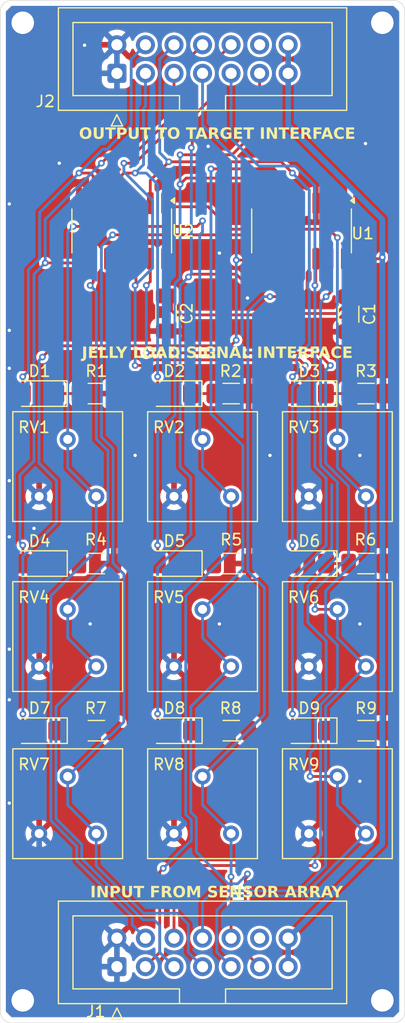
<source format=kicad_pcb>
(kicad_pcb (version 20240108) (generator "pcbnew") (generator_version "8.0")
  (layers (0 "F.Cu" signal) (31 "B.Cu" signal) (34 "B.Paste" user) (35 "F.Paste" user) (36 "B.SilkS" user "B.Silkscreen") (37 "F.SilkS" user "F.Silkscreen") (38 "B.Mask" user) (39 "F.Mask" user) (44 "Edge.Cuts" user))
  (net 0 "")
  (net 1 "GND")
  (net 2 "VCC")
  (net 3 "Net-(D1-K)")
  (net 4 "Net-(D2-K)")
  (net 5 "Net-(D3-K)")
  (net 6 "Net-(D4-K)")
  (net 7 "Net-(D5-K)")
  (net 8 "Net-(D6-K)")
  (net 9 "Net-(D7-K)")
  (net 10 "Net-(D8-K)")
  (net 11 "Net-(D9-K)")
  (net 12 "/S5")
  (net 14 "/S2")
  (net 15 "/S1")
  (net 16 "/S6")
  (net 17 "/SCK")
  (net 18 "/S3")
  (net 19 "/S0")
  (net 20 "/S4")
  (net 21 "/S7")
  (net 22 "/D0")
  (net 23 "/D4")
  (net 24 "/D6")
  (net 25 "/D7")
  (net 26 "/D3")
  (net 28 "/D1")
  (net 29 "/CK")
  (net 30 "/D2")
  (net 31 "/D5")
  (footprint "LED_SMD:LED_1206_3216Metric_Pad1.42x1.75mm_HandSolder" (layer "F.Cu") (at 126.5 118.374 180)
    (property "Reference" "D8")
    (property "Value" "LED")
  )
  (footprint "Potentiometer_THT:Potentiometer_Bourns_3386F_Vertical" (layer "F.Cu") (at 119.54 127.529 90)
    (property "Reference" "RV7")
    (property "Value" "100k")
  )
  (footprint "Potentiometer_THT:Potentiometer_Bourns_3386F_Vertical" (layer "F.Cu") (at 131.54 97.529 90)
    (property "Reference" "RV2")
    (property "Value" "100k")
  )
  (footprint "Resistor_SMD:R_1206_3216Metric_Pad1.30x1.75mm_HandSolder" (layer "F.Cu") (at 119.55 88.374 180)
    (property "Reference" "R1")
    (property "Value" "4k7")
  )
  (footprint "Potentiometer_THT:Potentiometer_Bourns_3386F_Vertical" (layer "F.Cu") (at 143.54 112.655 90)
    (property "Reference" "RV6")
    (property "Value" "100k")
  )
  (footprint "Resistor_SMD:R_1206_3216Metric_Pad1.30x1.75mm_HandSolder" (layer "F.Cu") (at 143.55 103.5 180)
    (property "Reference" "R6")
    (property "Value" "4k7")
  )
  (footprint "Potentiometer_THT:Potentiometer_Bourns_3386F_Vertical" (layer "F.Cu") (at 143.54 97.529 90)
    (property "Reference" "RV3")
    (property "Value" "100k")
  )
  (footprint "Potentiometer_THT:Potentiometer_Bourns_3386F_Vertical" (layer "F.Cu") (at 119.54 97.529 90)
    (property "Reference" "RV1")
    (property "Value" "100k")
  )
  (footprint "Resistor_SMD:R_1206_3216Metric_Pad1.30x1.75mm_HandSolder" (layer "F.Cu") (at 143.55 118.374 180)
    (property "Reference" "R9")
    (property "Value" "4k7")
  )
  (footprint "LED_SMD:LED_1206_3216Metric_Pad1.42x1.75mm_HandSolder" (layer "F.Cu") (at 114.4875 88.374 180)
    (property "Reference" "D1")
    (property "Value" "LED")
  )
  (footprint "Potentiometer_THT:Potentiometer_Bourns_3386F_Vertical" (layer "F.Cu") (at 143.54 127.529 90)
    (property "Reference" "RV9")
    (property "Value" "100k")
  )
  (footprint "Package_SO:SOIC-14_3.9x8.7mm_P1.27mm" (layer "F.Cu") (at 121.81 73.9 -90)
    (property "Reference" "U2")
    (property "Value" "74HC14")
  )
  (footprint "Resistor_SMD:R_1206_3216Metric_Pad1.30x1.75mm_HandSolder" (layer "F.Cu") (at 131.55 118.374 180)
    (property "Reference" "R8")
    (property "Value" "4k7")
  )
  (footprint "LED_SMD:LED_1206_3216Metric_Pad1.42x1.75mm_HandSolder" (layer "F.Cu") (at 114.5 118.374 180)
    (property "Reference" "D7")
    (property "Value" "LED")
  )
  (footprint "LED_SMD:LED_1206_3216Metric_Pad1.42x1.75mm_HandSolder" (layer "F.Cu") (at 126.5 103.5 180)
    (property "Reference" "D5")
    (property "Value" "LED")
  )
  (footprint "Resistor_SMD:R_1206_3216Metric_Pad1.30x1.75mm_HandSolder" (layer "F.Cu") (at 119.55 118.374 180)
    (property "Reference" "R7")
    (property "Value" "4k7")
  )
  (footprint "LED_SMD:LED_1206_3216Metric_Pad1.42x1.75mm_HandSolder" (layer "F.Cu") (at 138.5 103.5 180)
    (property "Reference" "D6")
    (property "Value" "LED")
  )
  (footprint "Resistor_SMD:R_1206_3216Metric_Pad1.30x1.75mm_HandSolder" (layer "F.Cu") (at 131.55 88.374 180)
    (property "Reference" "R2")
    (property "Value" "4k7")
  )
  (footprint "Resistor_SMD:R_1206_3216Metric_Pad1.30x1.75mm_HandSolder" (layer "F.Cu") (at 131.55 103.5 180)
    (property "Reference" "R5")
    (property "Value" "4k7")
  )
  (footprint "Connector_IDC:IDC-Header_2x07_P2.54mm_Vertical" (layer "F.Cu") (at 121.38 139.374 90)
    (property "Reference" "J1")
    (property "Value" "Conn_02x07_Odd_Even" (hide yes))
  )
  (footprint "LED_SMD:LED_1206_3216Metric_Pad1.42x1.75mm_HandSolder" (layer "F.Cu") (at 138.5 118.374 180)
    (property "Reference" "D9")
    (property "Value" "LED")
  )
  (footprint "Potentiometer_THT:Potentiometer_Bourns_3386F_Vertical" (layer "F.Cu") (at 119.54 112.655 90)
    (property "Reference" "RV4")
    (property "Value" "100k")
  )
  (footprint "Resistor_SMD:R_1206_3216Metric_Pad1.30x1.75mm_HandSolder" (layer "F.Cu") (at 119.55 103.5 180)
    (property "Reference" "R4")
    (property "Value" "4k7")
  )
  (footprint "Capacitor_SMD:C_1206_3216Metric_Pad1.33x1.80mm_HandSolder" (layer "F.Cu") (at 142 81.3115 -90)
    (property "Reference" "C1")
    (property "Value" "100nF")
  )
  (footprint "LED_SMD:LED_1206_3216Metric_Pad1.42x1.75mm_HandSolder" (layer "F.Cu") (at 126.4875 88.374 180)
    (property "Reference" "D2")
    (property "Value" "LED")
  )
  (footprint "Connector_IDC:IDC-Header_2x07_P2.54mm_Vertical" (layer "F.Cu") (at 121.38 59.875 90)
    (property "Reference" "J2")
    (property "Value" "Conn_02x07_Odd_Even" (hide yes))
  )
  (footprint "Resistor_SMD:R_1206_3216Metric_Pad1.30x1.75mm_HandSolder" (layer "F.Cu") (at 143.55 88.374 180)
    (property "Reference" "R3")
    (property "Value" "4k7")
  )
  (footprint "LED_SMD:LED_1206_3216Metric_Pad1.42x1.75mm_HandSolder" (layer "F.Cu") (at 114.5 103.5 180)
    (property "Reference" "D4")
    (property "Value" "LED")
  )
  (footprint "LED_SMD:LED_1206_3216Metric_Pad1.42x1.75mm_HandSolder" (layer "F.Cu") (at 138.4875 88.374 180)
    (property "Reference" "D3")
    (property "Value" "LED")
  )
  (footprint "Potentiometer_THT:Potentiometer_Bourns_3386F_Vertical" (layer "F.Cu") (at 131.54 127.529 90)
    (property "Reference" "RV8")
    (property "Value" "100k")
  )
  (footprint "Capacitor_SMD:C_1206_3216Metric_Pad1.33x1.80mm_HandSolder" (layer "F.Cu") (at 125.75 81.249 -90)
    (property "Reference" "C2")
    (property "Value" "100nF")
  )
  (footprint "Potentiometer_THT:Potentiometer_Bourns_3386F_Vertical" (layer "F.Cu") (at 131.54 112.655 90)
    (property "Reference" "RV5")
    (property "Value" "100k")
  )
  (footprint "Package_SO:SOIC-14_3.9x8.7mm_P1.27mm" (layer "F.Cu") (at 137.81 73.9 -90)
    (property "Reference" "U1")
    (property "Value" "74HC14")
  )
  (gr_line (start 112 144.374) (end 146 144.374) (stroke (width 0.05)) (layer "Edge.Cuts"))
  (gr_arc (start 146 53.374) (mid 146.707106 53.666892) (end 147 54.374) (stroke (width 0.05)) (layer "Edge.Cuts"))
  (gr_arc (start 147 143.374) (mid 146.707107 144.081107) (end 146 144.374) (stroke (width 0.05)) (layer "Edge.Cuts"))
  (gr_arc (start 111 54.374) (mid 111.292891 53.666888) (end 112 53.374) (stroke (width 0.05)) (layer "Edge.Cuts"))
  (gr_arc (start 112 144.374) (mid 111.292893 144.081107) (end 111 143.374) (stroke (width 0.05)) (layer "Edge.Cuts"))
  (gr_line (start 111 54.374) (end 111 143.374) (stroke (width 0.05)) (layer "Edge.Cuts"))
  (gr_line (start 146 53.374) (end 112 53.374) (stroke (width 0.05)) (layer "Edge.Cuts"))
  (gr_line (start 147 143.374) (end 147 54.374) (stroke (width 0.05)) (layer "Edge.Cuts"))
  (gr_text "JELLY LOAD SIGNAL INTERFACE" (at 118.25 85.374 0) (layer "F.SilkS") (effects (font (size 1 1) (thickness 0.1)) (justify left bottom)))
  (gr_text "INPUT FROM SENSOR ARRAY" (at 119 133.374 0) (layer "F.SilkS") (effects (font (size 1 1) (thickness 0.1)) (justify left bottom)))
  (gr_text "OUTPUT TO TARGET INTERFACE" (at 118 65.874 0) (layer "F.SilkS") (effects (font (size 1 1) (thickness 0.1)) (justify left bottom)))
  (segment (start 138.46 112.655) (end 136.929 111.124) (width 0.5) (layer "F.Cu") (net 1))
  (segment (start 113.105 126.124) (end 111.8 124.819) (width 0.5) (layer "F.Cu") (net 1))
  (segment (start 144.75 86.624) (end 137.810661 86.624) (width 0.5) (layer "F.Cu") (net 1))
  (segment (start 132.074 71.425) (end 131.75 71.749) (width 0.25) (layer "F.Cu") (net 1))
  (segment (start 124.189339 86.624) (end 121.5 86.624) (width 0.5) (layer "F.Cu") (net 1))
  (segment (start 121.38 57.335) (end 118.539 57.335) (width 0.5) (layer "F.Cu") (net 1))
  (segment (start 133 101.124) (end 121 101.124) (width 0.5) (layer "F.Cu") (net 1))
  (segment (start 142 82.874) (end 125.8125 82.874) (width 0.5) (layer "F.Cu") (net 1))
  (segment (start 145 82.749) (end 144.5 82.749) (width 0.25) (layer "F.Cu") (net 1))
  (segment (start 141.62 71.425) (end 141.62 68.619) (width 0.25) (layer "F.Cu") (net 1))
  (segment (start 133.25 86.124) (end 124.689339 86.124) (width 0.5) (layer "F.Cu") (net 1))
  (segment (start 133.1 88.374) (end 133.1 86.274) (width 0.5) (layer "F.Cu") (net 1))
  (segment (start 144.5 82.749) (end 144.375 82.874) (width 0.25) (layer "F.Cu") (net 1))
  (segment (start 121.81 82.7515) (end 121.75 82.8115) (width 0.25) (layer "F.Cu") (net 1))
  (segment (start 121 115.624) (end 111.8 115.624) (width 0.5) (layer "F.Cu") (net 1))
  (segment (start 114.5 96.124) (end 111.8 96.124) (width 0.5) (layer "F.Cu") (net 1))
  (segment (start 114.46 127.529) (end 114.46 126.164) (width 0.5) (layer "F.Cu") (net 1))
  (segment (start 118.539 57.335) (end 118.5 57.374) (width 0.5) (layer "F.Cu") (net 1))
  (segment (start 144.25 101.124) (end 133 101.124) (width 0.5) (layer "F.Cu") (net 1))
  (segment (start 133.1 103.5) (end 133.1 101.224) (width 0.5) (layer "F.Cu") (net 1))
  (segment (start 139.25 68.499) (end 141.5 68.499) (width 0.25) (layer "F.Cu") (net 1))
  (segment (start 121.1 115.724) (end 121 115.624) (width 0.5) (layer "F.Cu") (net 1))
  (segment (start 121.5 86.624) (end 121 86.124) (width 0.5) (layer "F.Cu") (net 1))
  (segment (start 121.1 86.224) (end 121 86.124) (width 0.5) (layer "F.Cu") (net 1))
  (segment (start 131.75 72.749) (end 132 72.999) (width 0.25) (layer "F.Cu") (net 1))
  (segment (start 125.8125 82.874) (end 125.75 82.8115) (width 0.5) (layer "F.Cu") (net 1))
  (segment (start 121.1 101.224) (end 121 101.124) (width 0.5) (layer "F.Cu") (net 1))
  (segment (start 145.1 118.374) (end 145.1 116.474) (width 0.5) (layer "F.Cu") (net 1))
  (segment (start 144.75 68.499) (end 145.625 69.374) (width 0.25) (layer "F.Cu") (net 1))
  (segment (start 126.46 96.164) (end 126.5 96.124) (width 0.5) (layer "F.Cu") (net 1))
  (segment (start 118 71.425) (end 111.874 71.425) (width 0.25) (layer "F.Cu") (net 1))
  (segment (start 121 101.124) (end 111.8 101.124) (width 0.5) (layer "F.Cu") (net 1))
  (segment (start 144.25 115.624) (end 133 115.624) (width 0.5) (layer "F.Cu") (net 1))
  (segment (start 114.5 126.124) (end 113.105 126.124) (width 0.5) (layer "F.Cu") (net 1))
  (segment (start 132 72.999) (end 145.625 72.999) (width 0.25) (layer "F.Cu") (net 1))
  (segment (start 133.1 118.374) (end 133.1 115.724) (width 0.5) (layer "F.Cu") (net 1))
  (segment (start 139.08 71.425) (end 139.08 68.829) (width 0.25) (layer "F.Cu") (net 1))
  (segment (start 121.75 82.8115) (end 111.8625 82.8115) (width 0.5) (layer "F.Cu") (net 1))
  (segment (start 144.375 82.874) (end 142 82.874) (width 0.25) (layer "F.Cu") (net 1))
  (segment (start 121.1 103.5) (end 121.1 101.224) (width 0.5) (layer "F.Cu") (net 1))
  (segment (start 131.75 71.749) (end 131.75 72.749) (width 0.25) (layer "F.Cu") (net 1))
  (segment (start 137.055 96.124) (end 126.5 96.124) (width 0.5) (layer "F.Cu") (net 1))
  (segment (start 145.625 69.374) (end 145.625 73.999) (width 0.25) (layer "F.Cu") (net 1))
  (segment (start 133.1 115.724) (end 133 115.624) (width 0.5) (layer "F.Cu") (net 1))
  (segment (start 137.055 126.124) (end 126.5 126.124) (width 0.5) (layer "F.Cu") (net 1))
  (segment (start 126.46 97.529) (end 126.46 96.164) (width 0.5) (layer "F.Cu") (net 1))
  (segment (start 124.689339 86.124) (end 124.189339 86.624) (width 0.5) (layer "F.Cu") (net 1))
  (segment (start 145.1 116.474) (end 144.25 115.624) (width 0.5) (layer "F.Cu") (net 1))
  (segment (start 121.1 118.374) (end 121.1 115.724) (width 0.5) (layer "F.Cu") (net 1))
  (segment (start 111.8625 82.8115) (end 111.8 82.749) (width 0.5) (layer "F.Cu") (net 1))
  (segment (start 145.625 72.999) (end 145.625 73.999) (width 0.25) (layer "F.Cu") (net 1))
  (segment (start 138.46 97.529) (end 137.055 96.124) (width 0.5) (layer "F.Cu") (net 1))
  (segment (start 139 68.749) (end 139.25 68.499) (width 0.25) (layer "F.Cu") (net 1))
  (segment (start 126.46 112.655) (end 126.46 111.164) (width 0.5) (layer "F.Cu") (net 1))
  (segment (start 137.810661 86.624) (end 137.310661 86.124) (width 0.5) (layer "F.Cu") (net 1))
  (segment (start 114.25 111.124) (end 111.8 111.124) (width 0.5) (layer "F.Cu") (net 1))
  (segment (start 145.1 88.374) (end 145.1 86.974) (width 0.5) (layer "F.Cu") (net 1))
  (segment (start 121.81 76.375) (end 121.81 82.7515) (width 0.25) (layer "F.Cu") (net 1))
  (segment (start 114.46 126.164) (end 114.5 126.124) (width 0.5) (layer "F.Cu") (net 1))
  (segment (start 126.46 126.164) (end 126.5 126.124) (width 0.5) (layer "F.Cu") (net 1))
  (segment (start 138.46 127.529) (end 137.055 126.124) (width 0.5) (layer "F.Cu") (net 1))
  (segment (start 134 71.425) (end 132.074 71.425) (width 0.25) (layer "F.Cu") (net 1))
  (segment (start 145.1 101.974) (end 144.25 101.124) (width 0.5) (layer "F.Cu") (net 1))
  (segment (start 141.5 68.499) (end 144.75 68.499) (width 0.25) (layer "F.Cu") (net 1))
  (segment (start 139.08 68.829) (end 139 68.749) (width 0.25) (layer "F.Cu") (net 1))
  (segment (start 126.5 111.124) (end 114.25 111.124) (width 0.5) (layer "F.Cu") (net 1))
  (segment (start 126.5 126.124) (end 114.5 126.124) (width 0.5) (layer "F.Cu") (net 1))
  (segment (start 121 86.124) (end 111.8 86.124) (width 0.5) (layer "F.Cu") (net 1))
  (segment (start 125.75 82.8115) (end 121.75 82.8115) (width 0.5) (layer "F.Cu") (net 1))
  (segment (start 126.46 127.529) (end 126.46 126.164) (width 0.5) (layer "F.Cu") (net 1))
  (segment (start 126.46 111.164) (end 126.5 111.124) (width 0.5) (layer "F.Cu") (net 1))
  (segment (start 133.1 101.224) (end 133 101.124) (width 0.5) (layer "F.Cu") (net 1))
  (segment (start 114.46 96.164) (end 114.5 96.124) (width 0.5) (layer "F.Cu") (net 1))
  (segment (start 114.46 112.655) (end 114.46 111.334) (width 0.5) (layer "F.Cu") (net 1))
  (segment (start 133.1 86.274) (end 133.25 86.124) (width 0.5) (layer "F.Cu") (net 1))
  (segment (start 114.46 97.529) (end 114.46 96.164) (width 0.5) (layer "F.Cu") (net 1))
  (segment (start 111.874 71.425) (end 111.8 71.499) (width 0.25) (layer "F.Cu") (net 1))
  (segment (start 145.625 82.124) (end 145 82.749) (width 0.25) (layer "F.Cu") (net 1))
  (segment (start 137.310661 86.124) (end 133.25 86.124) (width 0.5) (layer "F.Cu") (net 1))
  (segment (start 145.1 103.5) (end 145.1 101.974) (width 0.5) (layer "F.Cu") (net 1))
  (segment (start 126.5 96.124) (end 114.5 96.124) (width 0.5) (layer "F.Cu") (net 1))
  (segment (start 141.62 68.619) (end 141.5 68.499) (width 0.25) (layer "F.Cu") (net 1))
  (segment (start 145.625 73.999) (end 145.625 82.124) (width 0.25) (layer "F.Cu") (net 1))
  (segment (start 136.929 111.124) (end 126.5 111.124) (width 0.5) (layer "F.Cu") (net 1))
  (segment (start 145.1 86.974) (end 144.75 86.624) (width 0.5) (layer "F.Cu") (net 1))
  (segment (start 114.46 111.334) (end 114.25 111.124) (width 0.5) (layer "F.Cu") (net 1))
  (segment (start 121.1 88.374) (end 121.1 86.224) (width 0.5) (layer "F.Cu") (net 1))
  (segment (start 133 115.624) (end 121 115.624) (width 0.5) (layer "F.Cu") (net 1))
  (via (at 111.8 124.819) (size 0.6) (drill 0.3) (layers "F.Cu" "B.Cu") (net 1))
  (via (at 111.8 71.499) (size 0.6) (drill 0.3) (layers "F.Cu" "B.Cu") (net 1))
  (via (at 133 79.874) (size 0.6) (drill 0.3) (layers "F.Cu" "B.Cu") (net 1))
  (via (at 111.8 115.624) (size 0.6) (drill 0.3) (layers "F.Cu" "B.Cu") (net 1))
  (via (at 118.5 57.374) (size 0.6) (drill 0.3) (layers "F.Cu" "B.Cu") (net 1))
  (via (at 145 55.374) (size 2.5) (drill 2) (layers "F.Cu" "B.Cu") (net 1))
  (via (at 116.25 67.874) (size 0.6) (drill 0.3) (layers "F.Cu" "B.Cu") (net 1))
  (via (at 130.5 75.874) (size 0.6) (drill 0.3) (layers "F.Cu" "B.Cu") (net 1))
  (via (at 143 108.874) (size 0.6) (drill 0.3) (layers "F.Cu" "B.Cu") (net 1))
  (via (at 123 93.874) (size 0.6) (drill 0.3) (layers "F.Cu" "B.Cu") (net 1))
  (via (at 145 142.374) (size 2.5) (drill 2) (layers "F.Cu" "B.Cu") (net 1))
  (via (at 113 55.374) (size 2.5) (drill 2) (layers "F.Cu" "B.Cu") (net 1))
  (via (at 143 93.874) (size 0.6) (drill 0.3) (layers "F.Cu" "B.Cu") (net 1))
  (via (at 130.5 108.874) (size 0.6) (drill 0.3) (layers "F.Cu" "B.Cu") (net 1))
  (via (at 113 142.374) (size 2.5) (drill 2) (layers "F.Cu" "B.Cu") (net 1))
  (via (at 111.8 101.124) (size 0.6) (drill 0.3) (layers "F.Cu" "B.Cu") (net 1))
  (via (at 114 100.374) (size 0.6) (drill 0.3) (layers "F.Cu" "B.Cu") (net 1))
  (via (at 111.8 96.124) (size 0.6) (drill 0.3) (layers "F.Cu" "B.Cu") (net 1))
  (via (at 111.8 82.749) (size 0.6) (drill 0.3) (layers "F.Cu" "B.Cu") (net 1))
  (via (at 111.8 111.124) (size 0.6) (drill 0.3) (layers "F.Cu" "B.Cu") (net 1))
  (via (at 129.5 66.374) (size 0.6) (drill 0.3) (layers "F.Cu" "B.Cu") (net 1))
  (via (at 119 108.874) (size 0.6) (drill 0.3) (layers "F.Cu" "B.Cu") (net 1))
  (via (at 135 93.874) (size 0.6) (drill 0.3) (layers "F.Cu" "B.Cu") (net 1))
  (via (at 143 122.874) (size 0.6) (drill 0.3) (layers "F.Cu" "B.Cu") (net 1))
  (via (at 111.8 86.124) (size 0.6) (drill 0.3) (layers "F.Cu" "B.Cu") (net 1))
  (via (at 143.5 66.124) (size 0.6) (drill 0.3) (layers "F.Cu" "B.Cu") (net 1))
  (segment (start 121.38 62.994) (end 121.38 59.875) (width 0.5) (layer "B.Cu") (net 1))
  (segment (start 114.46 129.914) (end 114.46 127.529) (width 0.5) (layer "B.Cu") (net 1))
  (segment (start 118.325 66.049) (end 121.38 62.994) (width 0.5) (layer "B.Cu") (net 1))
  (segment (start 114.761827 66.049) (end 118.325 66.049) (width 0.5) (layer "B.Cu") (net 1))
  (segment (start 121.38 57.335) (end 121.38 59.875) (width 0.5) (layer "B.Cu") (net 1))
  (segment (start 121.38 136.834) (end 114.46 129.914) (width 0.5) (layer "B.Cu") (net 1))
  (segment (start 111.75 69.060827) (end 114.761827 66.049) (width 0.5) (layer "B.Cu") (net 1))
  (segment (start 111.75 124.819) (end 111.75 69.060827) (width 0.5) (layer "B.Cu") (net 1))
  (segment (start 114.46 127.529) (end 111.75 124.819) (width 0.5) (layer "B.Cu") (net 1))
  (segment (start 121.38 139.374) (end 121.38 136.834) (width 0.5) (layer "B.Cu") (net 1))
  (segment (start 140.8985 81.249) (end 142.2475 79.9) (width 0.25) (layer "F.Cu") (net 2))
  (segment (start 137 81.249) (end 140.8985 81.249) (width 0.25) (layer "F.Cu") (net 2))
  (segment (start 125.62 79.2725) (end 126.2475 79.9) (width 0.25) (layer "F.Cu") (net 2))
  (segment (start 136.875 81.374) (end 137 81.249) (width 0.25) (layer "F.Cu") (net 2))
  (segment (start 125.62 76.375) (end 125.62 79.2725) (width 0.25) (layer "F.Cu") (net 2))
  (segment (start 126.2475 79.9) (end 126.2475 80.9965) (width 0.25) (layer "F.Cu") (net 2))
  (segment (start 141.62 76.375) (end 144.874 76.375) (width 0.25) (layer "F.Cu") (net 2))
  (segment (start 141.62 76.375) (end 141.62 79.2725) (width 0.25) (layer "F.Cu") (net 2))
  (segment (start 126.2475 80.9965) (end 126.625 81.374) (width 0.25) (layer "F.Cu") (net 2))
  (segment (start 144.874 76.375) (end 145 76.249) (width 0.25) (layer "F.Cu") (net 2))
  (segment (start 126.625 81.374) (end 136.875 81.374) (width 0.25) (layer "F.Cu") (net 2))
  (segment (start 141.62 79.2725) (end 142.2475 79.9) (width 0.25) (layer "F.Cu") (net 2))
  (via (at 145 76.249) (size 0.6) (drill 0.3) (layers "F.Cu" "B.Cu") (net 2))
  (segment (start 145 128.454) (end 136.62 136.834) (width 0.5) (layer "B.Cu") (net 2))
  (segment (start 136.62 136.834) (end 136.62 139.374) (width 0.5) (layer "B.Cu") (net 2))
  (segment (start 136.62 57.335) (end 136.62 59.875) (width 0.5) (layer "B.Cu") (net 2))
  (segment (start 136.62 59.875) (end 136.62 64.494) (width 0.5) (layer "B.Cu") (net 2))
  (segment (start 136.62 64.494) (end 145 72.874) (width 0.5) (layer "B.Cu") (net 2))
  (segment (start 145 72.874) (end 145 76.249) (width 0.5) (layer "B.Cu") (net 2))
  (segment (start 145 74.374) (end 145 128.454) (width 0.5) (layer "B.Cu") (net 2))
  (segment (start 115.975 88.374) (end 118 88.374) (width 0.25) (layer "F.Cu") (net 3))
  (segment (start 127.975 88.374) (end 130 88.374) (width 0.25) (layer "F.Cu") (net 4))
  (segment (start 139.975 88.374) (end 142 88.374) (width 0.25) (layer "F.Cu") (net 5))
  (segment (start 118 103.5) (end 115.9875 103.5) (width 0.25) (layer "F.Cu") (net 6))
  (segment (start 130 103.5) (end 127.9875 103.5) (width 0.25) (layer "F.Cu") (net 7))
  (segment (start 139.9875 103.5) (end 142 103.5) (width 0.25) (layer "F.Cu") (net 8))
  (segment (start 115.9875 118.374) (end 118 118.374) (width 0.25) (layer "F.Cu") (net 9))
  (segment (start 127.9875 118.374) (end 130 118.374) (width 0.25) (layer "F.Cu") (net 10))
  (segment (start 139.9875 118.374) (end 142 118.374) (width 0.25) (layer "F.Cu") (net 11))
  (segment (start 135.27 75.019) (end 135.27 76.375) (width 0.25) (layer "F.Cu") (net 12))
  (segment (start 134.5 74.249) (end 135.27 75.019) (width 0.25) (layer "F.Cu") (net 12))
  (segment (start 121 74.249) (end 134.5 74.249) (width 0.25) (layer "F.Cu") (net 12))
  (via (at 121 74.249) (size 0.6) (drill 0.3) (layers "F.Cu" "B.Cu") (net 12))
  (segment (start 120.726573 118.864) (end 120.585 118.864) (width 0.25) (layer "B.Cu") (net 12))
  (segment (start 119.54 127.529) (end 119.54 130.414) (width 0.25) (layer "B.Cu") (net 12))
  (segment (start 120 75.249) (end 120 92.237604) (width 0.25) (layer "B.Cu") (net 12))
  (segment (start 127.73 138.104) (end 129 139.374) (width 0.25) (layer "B.Cu") (net 12))
  (segment (start 122 117.590573) (end 120.726573 118.864) (width 0.25) (layer "B.Cu") (net 12))
  (segment (start 117 122.449) (end 117 124.989) (width 0.25) (layer "B.Cu") (net 12))
  (segment (start 127.73 135.604) (end 127.73 138.104) (width 0.25) (layer "B.Cu") (net 12))
  (segment (start 120 92.237604) (end 121.035 93.272604) (width 0.25) (layer "B.Cu") (net 12))
  (segment (start 121.035 74.214) (end 120 75.249) (width 0.25) (layer "B.Cu") (net 12))
  (segment (start 117 124.989) (end 119.54 127.529) (width 0.25) (layer "B.Cu") (net 12))
  (segment (start 123.75 134.624) (end 126.75 134.624) (width 0.25) (layer "B.Cu") (net 12))
  (segment (start 121.035 93.272604) (end 121.035 103.475396) (width 0.25) (layer "B.Cu") (net 12))
  (segment (start 119.54 130.414) (end 123.75 134.624) (width 0.25) (layer "B.Cu") (net 12))
  (segment (start 122 104.440396) (end 122 117.590573) (width 0.25) (layer "B.Cu") (net 12))
  (segment (start 120.585 118.864) (end 117 122.449) (width 0.25) (layer "B.Cu") (net 12))
  (segment (start 126.75 134.624) (end 127.73 135.604) (width 0.25) (layer "B.Cu") (net 12))
  (segment (start 121 74.249) (end 121.035 74.284) (width 0.25) (layer "B.Cu") (net 12))
  (segment (start 121.035 103.475396) (end 122 104.440396) (width 0.25) (layer "B.Cu") (net 12))
  (segment (start 127.75 130.374) (end 126.46 131.664) (width 0.25) (layer "F.Cu") (net 14))
  (segment (start 129.5 71.749) (end 125.944 71.749) (width 0.25) (layer "F.Cu") (net 14))
  (segment (start 139 130.374) (end 127.75 130.374) (width 0.25) (layer "F.Cu") (net 14))
  (segment (start 126.5 136.794) (end 126.46 136.834) (width 0.25) (layer "F.Cu") (net 14))
  (segment (start 125.944 71.749) (end 125.62 71.425) (width 0.25) (layer "F.Cu") (net 14))
  (segment (start 141 74.499) (end 140.25 73.749) (width 0.25) (layer "F.Cu") (net 14))
  (segment (start 126.46 131.664) (end 126.46 136.834) (width 0.25) (layer "F.Cu") (net 14))
  (segment (start 131.5 73.749) (end 129.5 71.749) (width 0.25) (layer "F.Cu") (net 14))
  (segment (start 140.25 73.749) (end 131.5 73.749) (width 0.25) (layer "F.Cu") (net 14))
  (via (at 139 130.374) (size 0.6) (drill 0.3) (layers "F.Cu" "B.Cu") (net 14))
  (via (at 141 74.499) (size 0.6) (drill 0.3) (layers "F.Cu" "B.Cu") (net 14))
  (segment (start 139.505 129.369) (end 139.505 116.053604) (width 0.25) (layer "B.Cu") (net 14))
  (segment (start 139.955 105.919) (end 143.54 102.334) (width 0.25) (layer "B.Cu") (net 14))
  (segment (start 141 92.449) (end 141 94.989) (width 0.25) (layer "B.Cu") (net 14))
  (segment (start 141 92.449) (end 141 74.499) (width 0.25) (layer "B.Cu") (net 14))
  (segment (start 141 94.989) (end 143.54 97.529) (width 0.25) (layer "B.Cu") (net 14))
  (segment (start 139.955 109.706396) (end 139.955 105.919) (width 0.25) (layer "B.Cu") (net 14))
  (segment (start 139 129.874) (end 139.505 129.369) (width 0.25) (layer "B.Cu") (net 14))
  (segment (start 139.505 116.053604) (end 141 114.558604) (width 0.25) (layer "B.Cu") (net 14))
  (segment (start 143.54 102.334) (end 143.54 97.529) (width 0.25) (layer "B.Cu") (net 14))
  (segment (start 141 110.751396) (end 139.955 109.706396) (width 0.25) (layer "B.Cu") (net 14))
  (segment (start 139 130.374) (end 139 129.874) (width 0.25) (layer "B.Cu") (net 14))
  (segment (start 141 114.558604) (end 141 110.751396) (width 0.25) (layer "B.Cu") (net 14))
  (segment (start 125.5 130.624) (end 125.19 130.934) (width 0.25) (layer "F.Cu") (net 15))
  (segment (start 129 72.999) (end 128.5 73.499) (width 0.25) (layer "F.Cu") (net 15))
  (segment (start 123.5 73.499) (end 123.08 73.079) (width 0.25) (layer "F.Cu") (net 15))
  (segment (start 125.19 138.104) (end 123.92 139.374) (width 0.25) (layer "F.Cu") (net 15))
  (segment (start 123.08 73.079) (end 123.08 71.425) (width 0.25) (layer "F.Cu") (net 15))
  (segment (start 125.19 130.934) (end 125.19 138.104) (width 0.25) (layer "F.Cu") (net 15))
  (segment (start 128.5 73.499) (end 123.5 73.499) (width 0.25) (layer "F.Cu") (net 15))
  (via (at 125.5 130.624) (size 0.6) (drill 0.3) (layers "F.Cu" "B.Cu") (net 15))
  (via (at 129 72.999) (size 0.6) (drill 0.3) (layers "F.Cu" "B.Cu") (net 15))
  (segment (start 129 92.449) (end 129 94.989) (width 0.25) (layer "B.Cu") (net 15))
  (segment (start 129 73.999) (end 129 72.999) (width 0.25) (layer "B.Cu") (net 15))
  (segment (start 129 92.449) (end 128.75 92.199) (width 0.25) (layer "B.Cu") (net 15))
  (segment (start 125.5 130.624) (end 128 128.124) (width 0.25) (layer "B.Cu") (net 15))
  (segment (start 127.505 106.369) (end 131.54 102.334) (width 0.25) (layer "B.Cu") (net 15))
  (segment (start 129 94.989) (end 131.54 97.529) (width 0.25) (layer "B.Cu") (net 15))
  (segment (start 127.505 125.829) (end 127.505 106.369) (width 0.25) (layer "B.Cu") (net 15))
  (segment (start 131.54 102.334) (end 131.54 97.529) (width 0.25) (layer "B.Cu") (net 15))
  (segment (start 128 126.324) (end 127.505 125.829) (width 0.25) (layer "B.Cu") (net 15))
  (segment (start 128 128.124) (end 128 126.324) (width 0.25) (layer "B.Cu") (net 15))
  (segment (start 128.75 92.199) (end 128.75 74.249) (width 0.25) (layer "B.Cu") (net 15))
  (segment (start 128.75 74.249) (end 129 73.999) (width 0.25) (layer "B.Cu") (net 15))
  (segment (start 137.81 78.939) (end 137 79.749) (width 0.25) (layer "F.Cu") (net 16))
  (segment (start 131.54 131.374) (end 131.54 136.834) (width 0.25) (layer "F.Cu") (net 16))
  (segment (start 137.81 76.375) (end 137.81 78.939) (width 0.25) (layer "F.Cu") (net 16))
  (segment (start 137 79.749) (end 135 79.749) (width 0.25) (layer "F.Cu") (net 16))
  (via (at 131.54 131.374) (size 0.6) (drill 0.3) (layers "F.Cu" "B.Cu") (net 16))
  (via (at 135 79.749) (size 0.6) (drill 0.3) (layers "F.Cu" "B.Cu") (net 16))
  (segment (start 129 124.989) (end 131.54 127.529) (width 0.25) (layer "B.Cu") (net 16))
  (segment (start 131.54 131.374) (end 131.54 127.529) (width 0.25) (layer "B.Cu") (net 16))
  (segment (start 134.5 116.949) (end 134.5 105.641396) (width 0.25) (layer "B.Cu") (net 16))
  (segment (start 129 122.449) (end 134.5 116.949) (width 0.25) (layer "B.Cu") (net 16))
  (segment (start 133.035 81.089) (end 134.375 79.749) (width 0.25) (layer "B.Cu") (net 16))
  (segment (start 134.5 105.641396) (end 133.035 104.176396) (width 0.25) (layer "B.Cu") (net 16))
  (segment (start 133.035 81.714) (end 133.035 81.089) (width 0.25) (layer "B.Cu") (net 16))
  (segment (start 129 122.449) (end 129 124.989) (width 0.25) (layer "B.Cu") (net 16))
  (segment (start 133.035 104.176396) (end 133.035 81.714) (width 0.25) (layer "B.Cu") (net 16))
  (segment (start 134.375 79.749) (end 135 79.749) (width 0.25) (layer "B.Cu") (net 16))
  (segment (start 135.375 68.374) (end 136.54 69.539) (width 0.25) (layer "F.Cu") (net 17))
  (segment (start 133 131.124) (end 133 131.374) (width 0.25) (layer "F.Cu") (net 17))
  (segment (start 136.54 69.539) (end 136.54 71.425) (width 0.25) (layer "F.Cu") (net 17))
  (segment (start 129.75 68.374) (end 135.375 68.374) (width 0.25) (layer "F.Cu") (net 17))
  (segment (start 132.81 138.104) (end 134.08 139.374) (width 0.25) (layer "F.Cu") (net 17))
  (segment (start 133 131.374) (end 132.81 131.564) (width 0.25) (layer "F.Cu") (net 17))
  (segment (start 132.81 131.564) (end 132.81 138.104) (width 0.25) (layer "F.Cu") (net 17))
  (via (at 133 131.124) (size 0.6) (drill 0.3) (layers "F.Cu" "B.Cu") (net 17))
  (via (at 129.75 68.374) (size 0.6) (drill 0.3) (layers "F.Cu" "B.Cu") (net 17))
  (segment (start 132.585 103.99) (end 132.585 93.009) (width 0.25) (layer "B.Cu") (net 17))
  (segment (start 129 107.575) (end 132.585 103.99) (width 0.25) (layer "B.Cu") (net 17))
  (segment (start 131.281116 131.999) (end 128.45 129.167884) (width 0.25) (layer "B.Cu") (net 17))
  (segment (start 132.585 93.009) (end 129.75 90.174) (width 0.25) (layer "B.Cu") (net 17))
  (segment (start 133 131.124) (end 132.125 131.999) (width 0.25) (layer "B.Cu") (net 17))
  (segment (start 127.955 125.642604) (end 127.955 116.24) (width 0.25) (layer "B.Cu") (net 17))
  (segment (start 127.955 116.24) (end 131.54 112.655) (width 0.25) (layer "B.Cu") (net 17))
  (segment (start 128.45 126.137604) (end 127.955 125.642604) (width 0.25) (layer "B.Cu") (net 17))
  (segment (start 132.125 131.999) (end 131.281116 131.999) (width 0.25) (layer "B.Cu") (net 17))
  (segment (start 128.45 129.167884) (end 128.45 126.137604) (width 0.25) (layer "B.Cu") (net 17))
  (segment (start 129 107.575) (end 129 110.115) (width 0.25) (layer "B.Cu") (net 17))
  (segment (start 129 110.115) (end 131.54 112.655) (width 0.25) (layer "B.Cu") (net 17))
  (segment (start 129.75 90.174) (end 129.75 68.374) (width 0.25) (layer "B.Cu") (net 17))
  (segment (start 119.27 76.375) (end 119.27 78.479) (width 0.25) (layer "F.Cu") (net 18))
  (segment (start 119.27 78.479) (end 119 78.749) (width 0.25) (layer "F.Cu") (net 18))
  (via (at 119 78.749) (size 0.6) (drill 0.3) (layers "F.Cu" "B.Cu") (net 18))
  (segment (start 119.55 92.424) (end 119.55 79.299) (width 0.25) (layer "B.Cu") (net 18))
  (segment (start 119.54 112.655) (end 115.955 116.24) (width 0.25) (layer "B.Cu") (net 18))
  (segment (start 120.585 103.289) (end 120.585 93.459) (width 0.25) (layer "B.Cu") (net 18))
  (segment (start 117 107.575) (end 117 106.874) (width 0.25) (layer "B.Cu") (net 18))
  (segment (start 123.698604 135.209) (end 124.68 135.209) (width 0.25) (layer "B.Cu") (net 18))
  (segment (start 117 106.874) (end 120.585 103.289) (width 0.25) (layer "B.Cu") (net 18))
  (segment (start 117 107.575) (end 117 110.115) (width 0.25) (layer "B.Cu") (net 18))
  (segment (start 118.25 129.760396) (end 123.698604 135.209) (width 0.25) (layer "B.Cu") (net 18))
  (segment (start 125.19 138.104) (end 126.46 139.374) (width 0.25) (layer "B.Cu") (net 18))
  (segment (start 115.955 116.24) (end 115.955 126.192604) (width 0.25) (layer "B.Cu") (net 18))
  (segment (start 115.955 126.192604) (end 118.25 128.487604) (width 0.25) (layer "B.Cu") (net 18))
  (segment (start 117 110.115) (end 119.54 112.655) (width 0.25) (layer "B.Cu") (net 18))
  (segment (start 125.19 135.719) (end 125.19 138.104) (width 0.25) (layer "B.Cu") (net 18))
  (segment (start 118.25 128.487604) (end 118.25 129.760396) (width 0.25) (layer "B.Cu") (net 18))
  (segment (start 124.68 135.209) (end 125.19 135.719) (width 0.25) (layer "B.Cu") (net 18))
  (segment (start 120.585 93.459) (end 119.55 92.424) (width 0.25) (layer "B.Cu") (net 18))
  (segment (start 119.55 79.299) (end 119 78.749) (width 0.25) (layer "B.Cu") (net 18))
  (segment (start 117.5 73.499) (end 119.75 73.499) (width 0.25) (layer "F.Cu") (net 19))
  (segment (start 120.54 72.709) (end 120.54 71.425) (width 0.25) (layer "F.Cu") (net 19))
  (segment (start 119.75 73.499) (end 120.54 72.709) (width 0.25) (layer "F.Cu") (net 19))
  (via (at 117.5 73.499) (size 0.6) (drill 0.3) (layers "F.Cu" "B.Cu") (net 19))
  (segment (start 117.8 129.946792) (end 117.8 128.674) (width 0.25) (layer "B.Cu") (net 19))
  (segment (start 123.92 136.834) (end 122.745 135.659) (width 0.25) (layer "B.Cu") (net 19))
  (segment (start 122.745 135.659) (end 122.745 134.891792) (width 0.25) (layer "B.Cu") (net 19))
  (segment (start 117 73.999) (end 117.5 73.499) (width 0.25) (layer "B.Cu") (net 19))
  (segment (start 117 92.449) (end 117 94.989) (width 0.25) (layer "B.Cu") (net 19))
  (segment (start 117.8 128.674) (end 115.505 126.379) (width 0.25) (layer "B.Cu") (net 19))
  (segment (start 119.54 102.334) (end 119.54 97.529) (width 0.25) (layer "B.Cu") (net 19))
  (segment (start 117 94.989) (end 119.54 97.529) (width 0.25) (layer "B.Cu") (net 19))
  (segment (start 115.505 106.369) (end 119.54 102.334) (width 0.25) (layer "B.Cu") (net 19))
  (segment (start 122.745 134.891792) (end 117.8 129.946792) (width 0.25) (layer "B.Cu") (net 19))
  (segment (start 117 92.449) (end 117 73.999) (width 0.25) (layer "B.Cu") (net 19))
  (segment (start 115.505 126.379) (end 115.505 106.369) (width 0.25) (layer "B.Cu") (net 19))
  (segment (start 124.35 78.399) (end 124 78.749) (width 0.25) (layer "F.Cu") (net 20))
  (segment (start 124.35 76.375) (end 124.35 78.399) (width 0.25) (layer "F.Cu") (net 20))
  (segment (start 139 107.575) (end 141 107.575) (width 0.25) (layer "F.Cu") (net 20))
  (segment (start 140.375 85.874) (end 139.25 84.749) (width 0.25) (layer "F.Cu") (net 20))
  (segment (start 139.25 84.749) (end 124 84.749) (width 0.25) (layer "F.Cu") (net 20))
  (via (at 140.375 85.874) (size 0.6) (drill 0.3) (layers "F.Cu" "B.Cu") (net 20))
  (via (at 124 78.749) (size 0.6) (drill 0.3) (layers "F.Cu" "B.Cu") (net 20))
  (via (at 139 107.575) (size 0.6) (drill 0.3) (layers "F.Cu" "B.Cu") (net 20))
  (via (at 124 84.749) (size 0.6) (drill 0.3) (layers "F.Cu" "B.Cu") (net 20))
  (segment (start 124 84.749) (end 124 78.749) (width 0.25) (layer "B.Cu") (net 20))
  (segment (start 141 107.575) (end 141 110.115) (width 0.25) (layer "B.Cu") (net 20))
  (segment (start 129 133.6215) (end 129 136.834) (width 0.25) (layer "B.Cu") (net 20))
  (segment (start 139.955 130.419) (end 137.7525 132.6215) (width 0.25) (layer "B.Cu") (net 20))
  (segment (start 139.955 86.294) (end 139.955 94.580396) (width 0.25) (layer "B.Cu") (net 20))
  (segment (start 139.055 105.819) (end 139.055 107.52) (width 0.25) (layer "B.Cu") (net 20))
  (segment (start 143.54 112.655) (end 139.955 116.24) (width 0.25) (layer "B.Cu") (net 20))
  (segment (start 140.375 85.874) (end 139.955 86.294) (width 0.25) (layer "B.Cu") (net 20))
  (segment (start 142 102.874) (end 139.055 105.819) (width 0.25) (layer "B.Cu") (net 20))
  (segment (start 141 110.115) (end 143.54 112.655) (width 0.25) (layer "B.Cu") (net 20))
  (segment (start 130 132.6215) (end 129 133.6215) (width 0.25) (layer "B.Cu") (net 20))
  (segment (start 142 96.625396) (end 142 102.874) (width 0.25) (layer "B.Cu") (net 20))
  (segment (start 139.055 107.52) (end 139 107.575) (width 0.25) (layer "B.Cu") (net 20))
  (segment (start 137.7525 132.6215) (end 130 132.6215) (width 0.25) (layer "B.Cu") (net 20))
  (segment (start 139.955 94.580396) (end 142 96.625396) (width 0.25) (layer "B.Cu") (net 20))
  (segment (start 139.955 116.24) (end 139.955 130.419) (width 0.25) (layer "B.Cu") (net 20))
  (segment (start 140.35 76.375) (end 140.35 79.399) (width 0.25) (layer "F.Cu") (net 21))
  (segment (start 138.575 122.449) (end 141 122.449) (width 0.25) (layer "F.Cu") (net 21))
  (segment (start 140.35 79.399) (end 140 79.749) (width 0.25) (layer "F.Cu") (net 21))
  (via (at 140 79.749) (size 0.6) (drill 0.3) (layers "F.Cu" "B.Cu") (net 21))
  (via (at 138.575 122.449) (size 0.6) (drill 0.3) (layers "F.Cu" "B.Cu") (net 21))
  (segment (start 139.505 80.244) (end 140 79.749) (width 0.25) (layer "B.Cu") (net 21))
  (segment (start 138.575 120.339) (end 139.055 119.859) (width 0.25) (layer "B.Cu") (net 21))
  (segment (start 137.9975 133.0715) (end 143.54 127.529) (width 0.25) (layer "B.Cu") (net 21))
  (segment (start 130.27 138.104) (end 130.27 134.3515) (width 0.25) (layer "B.Cu") (net 21))
  (segment (start 140 114.922208) (end 140 110.387792) (width 0.25) (layer "B.Cu") (net 21))
  (segment (start 140 110.387792) (end 138.375 108.762792) (width 0.25) (layer "B.Cu") (net 21))
  (segment (start 141 96.261792) (end 139.505 94.766792) (width 0.25) (layer "B.Cu") (net 21))
  (segment (start 138.375 108.762792) (end 138.375 105.499) (width 0.25) (layer "B.Cu") (net 21))
  (segment (start 139.055 115.867208) (end 140 114.922208) (width 0.25) (layer "B.Cu") (net 21))
  (segment (start 130.27 134.3515) (end 131.55 133.0715) (width 0.25) (layer "B.Cu") (net 21))
  (segment (start 139.055 119.859) (end 139.055 115.867208) (width 0.25) (layer "B.Cu") (net 21))
  (segment (start 141 124.989) (end 143.54 127.529) (width 0.25) (layer "B.Cu") (net 21))
  (segment (start 139.505 94.766792) (end 139.505 80.244) (width 0.25) (layer "B.Cu") (net 21))
  (segment (start 131.55 133.0715) (end 137.9975 133.0715) (width 0.25) (layer "B.Cu") (net 21))
  (segment (start 131.54 139.374) (end 130.27 138.104) (width 0.25) (layer "B.Cu") (net 21))
  (segment (start 141 102.874) (end 141 96.261792) (width 0.25) (layer "B.Cu") (net 21))
  (segment (start 143.54 127.529) (end 143.54 128.084) (width 0.25) (layer "B.Cu") (net 21))
  (segment (start 141 122.449) (end 141 124.989) (width 0.25) (layer "B.Cu") (net 21))
  (segment (start 138.375 105.499) (end 141 102.874) (width 0.25) (layer "B.Cu") (net 21))
  (segment (start 138.575 122.449) (end 138.575 120.339) (width 0.25) (layer "B.Cu") (net 21))
  (segment (start 113 88.374) (end 113 86.874) (width 0.25) (layer "F.Cu") (net 22))
  (segment (start 119.27 69.019) (end 119.27 71.425) (width 0.25) (layer "F.Cu") (net 22))
  (segment (start 119 68.749) (end 119.27 69.019) (width 0.25) (layer "F.Cu") (net 22))
  (segment (start 118 68.749) (end 119 68.749) (width 0.25) (layer "F.Cu") (net 22))
  (via (at 113 86.874) (size 0.6) (drill 0.3) (layers "F.Cu" "B.Cu") (net 22))
  (via (at 118 68.749) (size 0.6) (drill 0.3) (layers "F.Cu" "B.Cu") (net 22))
  (segment (start 118 68.749) (end 120.125 66.624) (width 0.25) (layer "B.Cu") (net 22))
  (segment (start 118 68.749) (end 114.5 72.249) (width 0.25) (layer "B.Cu") (net 22))
  (segment (start 114.5 72.249) (end 114.5 76.365116) (width 0.25) (layer "B.Cu") (net 22))
  (segment (start 113.5 77.365116) (end 113.5 86.374) (width 0.25) (layer "B.Cu") (net 22))
  (segment (start 120.125 66.624) (end 120.5 66.624) (width 0.25) (layer "B.Cu") (net 22))
  (segment (start 122.65 64.474) (end 122.65 58.605) (width 0.25) (layer "B.Cu") (net 22))
  (segment (start 122.65 58.605) (end 123.92 57.335) (width 0.25) (layer "B.Cu") (net 22))
  (segment (start 120.5 66.624) (end 122.65 64.474) (width 0.25) (layer "B.Cu") (net 22))
  (segment (start 114.5 76.365116) (end 113.5 77.365116) (width 0.25) (layer "B.Cu") (net 22))
  (segment (start 113.5 86.374) (end 113 86.874) (width 0.25) (layer "B.Cu") (net 22))
  (segment (start 137.0125 103.5) (end 137.0125 101.8865) (width 0.25) (layer "F.Cu") (net 23))
  (segment (start 123.08 76.375) (end 123.08 78.669) (width 0.25) (layer "F.Cu") (net 23))
  (segment (start 137.0125 101.8865) (end 137 101.874) (width 0.25) (layer "F.Cu") (net 23))
  (segment (start 127.73 63.144) (end 127.73 58.605) (width 0.25) (layer "F.Cu") (net 23))
  (segment (start 122 67.874) (end 123 67.874) (width 0.25) (layer "F.Cu") (net 23))
  (segment (start 123.08 78.669) (end 123 78.749) (width 0.25) (layer "F.Cu") (net 23))
  (segment (start 127.73 58.605) (end 129 57.335) (width 0.25) (layer "F.Cu") (net 23))
  (segment (start 123 67.874) (end 127.73 63.144) (width 0.25) (layer "F.Cu") (net 23))
  (segment (start 124.626166 85.374) (end 124.126166 85.874) (width 0.25) (layer "F.Cu") (net 23))
  (segment (start 124.126166 85.874) (end 123 85.874) (width 0.25) (layer "F.Cu") (net 23))
  (segment (start 138.135795 85.874) (end 137.635795 85.374) (width 0.25) (layer "F.Cu") (net 23))
  (segment (start 137.635795 85.374) (end 124.626166 85.374) (width 0.25) (layer "F.Cu") (net 23))
  (via (at 122 67.874) (size 0.6) (drill 0.3) (layers "F.Cu" "B.Cu") (net 23))
  (via (at 123 85.874) (size 0.6) (drill 0.3) (layers "F.Cu" "B.Cu") (net 23))
  (via (at 123 78.749) (size 0.6) (drill 0.3) (layers "F.Cu" "B.Cu") (net 23))
  (via (at 138.135795 85.874) (size 0.6) (drill 0.3) (layers "F.Cu" "B.Cu") (net 23))
  (via (at 137 101.874) (size 0.6) (drill 0.3) (layers "F.Cu" "B.Cu") (net 23))
  (segment (start 124.55 71.182884) (end 124.55 77.199) (width 0.25) (layer "B.Cu") (net 23))
  (segment (start 124.55 77.199) (end 123 78.749) (width 0.25) (layer "B.Cu") (net 23))
  (segment (start 138.135795 85.874) (end 138.135795 86.622089) (width 0.25) (layer "B.Cu") (net 23))
  (segment (start 122 68.632884) (end 124.55 71.182884) (width 0.25) (layer "B.Cu") (net 23))
  (segment (start 123 85.874) (end 123 78.749) (width 0.25) (layer "B.Cu") (net 23))
  (segment (start 137 87.757884) (end 137 101.874) (width 0.25) (layer "B.Cu") (net 23))
  (segment (start 138.135795 86.622089) (end 137 87.757884) (width 0.25) (layer "B.Cu") (net 23))
  (segment (start 122 67.874) (end 122 68.632884) (width 0.25) (layer "B.Cu") (net 23))
  (segment (start 128 66.499) (end 128.085 66.414) (width 0.25) (layer "F.Cu") (net 24))
  (segment (start 130.27 61.604) (end 130.27 58.605) (width 0.25) (layer "F.Cu") (net 24))
  (segment (start 128.085 66.414) (end 128.085 63.789) (width 0.25) (layer "F.Cu") (net 24))
  (segment (start 127.75 77.999) (end 128 77.749) (width 0.25) (layer "F.Cu") (net 24))
  (segment (start 133 78.749) (end 136 78.749) (width 0.25) (layer "F.Cu") (net 24))
  (segment (start 130.27 58.605) (end 131.54 57.335) (width 0.25) (layer "F.Cu") (net 24))
  (segment (start 132 77.749) (end 133 78.749) (width 0.25) (layer "F.Cu") (net 24))
  (segment (start 136 78.749) (end 136.54 78.209) (width 0.25) (layer "F.Cu") (net 24))
  (segment (start 125.0125 116.8865) (end 125 116.874) (width 0.25) (layer "F.Cu") (net 24))
  (segment (start 125.0125 118.374) (end 125.0125 116.8865) (width 0.25) (layer "F.Cu") (net 24))
  (segment (start 128 77.749) (end 132 77.749) (width 0.25) (layer "F.Cu") (net 24))
  (segment (start 128.085 63.789) (end 130.27 61.604) (width 0.25) (layer "F.Cu") (net 24))
  (segment (start 136.54 78.209) (end 136.54 76.375) (width 0.25) (layer "F.Cu") (net 24))
  (via (at 128 66.499) (size 0.6) (drill 0.3) (layers "F.Cu" "B.Cu") (net 24))
  (via (at 125 116.874) (size 0.6) (drill 0.3) (layers "F.Cu" "B.Cu") (net 24))
  (via (at 127.75 77.999) (size 0.6) (drill 0.3) (layers "F.Cu" "B.Cu") (net 24))
  (segment (start 128 100.874) (end 125 103.874) (width 0.25) (layer "B.Cu") (net 24))
  (segment (start 127 78.749) (end 127 94.874) (width 0.25) (layer "B.Cu") (net 24))
  (segment (start 127.955 100.829) (end 128 100.874) (width 0.25) (layer "B.Cu") (net 24))
  (segment (start 127 94.874) (end 127.955 95.829) (width 0.25) (layer "B.Cu") (net 24))
  (segment (start 128 77.749) (end 127.75 77.999) (width 0.25) (layer "B.Cu") (net 24))
  (segment (start 125 103.874) (end 125 116.874) (width 0.25) (layer "B.Cu") (net 24))
  (segment (start 127.955 95.829) (end 127.955 100.829) (width 0.25) (layer "B.Cu") (net 24))
  (segment (start 128 66.499) (end 128 77.749) (width 0.25) (layer "B.Cu") (net 24))
  (segment (start 127.75 77.999) (end 127 78.749) (width 0.25) (layer "B.Cu") (net 24))
  (segment (start 139.08 78.669) (end 139 78.749) (width 0.25) (layer "F.Cu") (net 25))
  (segment (start 137.0125 116.8865) (end 137 116.874) (width 0.25) (layer "F.Cu") (net 25))
  (segment (start 139.08 76.375) (end 139.08 78.669) (width 0.25) (layer "F.Cu") (net 25))
  (segment (start 137.0125 118.374) (end 137.0125 116.8865) (width 0.25) (layer "F.Cu") (net 25))
  (via (at 137 116.874) (size 0.6) (drill 0.3) (layers "F.Cu" "B.Cu") (net 25))
  (via (at 139 78.749) (size 0.6) (drill 0.3) (layers "F.Cu" "B.Cu") (net 25))
  (segment (start 137 104.874) (end 140 101.874) (width 0.25) (layer "B.Cu") (net 25))
  (segment (start 137.258884 68.124) (end 137.625 68.490116) (width 0.25) (layer "B.Cu") (net 25))
  (segment (start 131.54 59.875) (end 131.54 65.664) (width 0.25) (layer "B.Cu") (net 25))
  (segment (start 131.54 65.664) (end 134 68.124) (width 0.25) (layer "B.Cu") (net 25))
  (segment (start 140 95.898188) (end 139 94.898188) (width 0.25) (layer "B.Cu") (net 25))
  (segment (start 140 101.874) (end 140 95.898188) (width 0.25) (layer "B.Cu") (net 25))
  (segment (start 137.625 68.499) (end 139 69.874) (width 0.25) (layer "B.Cu") (net 25))
  (segment (start 139 94.898188) (end 139 76.874) (width 0.25) (layer "B.Cu") (net 25))
  (segment (start 134 68.124) (end 137.258884 68.124) (width 0.25) (layer "B.Cu") (net 25))
  (segment (start 137.625 68.490116) (end 137.625 68.499) (width 0.25) (layer "B.Cu") (net 25))
  (segment (start 137 116.874) (end 137 104.874) (width 0.25) (layer "B.Cu") (net 25))
  (segment (start 139 69.874) (end 139 78.749) (width 0.25) (layer "B.Cu") (net 25))
  (segment (start 122.875 67.124) (end 126.46 63.539) (width 0.25) (layer "F.Cu") (net 26))
  (segment (start 117.626 76.749) (end 115 76.749) (width 0.25) (layer "F.Cu") (net 26))
  (segment (start 120 67.874) (end 120.75 67.124) (width 0.25) (layer "F.Cu") (net 26))
  (segment (start 126.46 63.539) (end 126.46 59.875) (width 0.25) (layer "F.Cu") (net 26))
  (segment (start 120.75 67.124) (end 122.875 67.124) (width 0.25) (layer "F.Cu") (net 26))
  (segment (start 113.0125 101.8865) (end 113 101.874) (width 0.25) (layer "F.Cu") (net 26))
  (segment (start 118 76.375) (end 117.626 76.749) (width 0.25) (layer "F.Cu") (net 26))
  (segment (start 113.0125 103.5) (end 113.0125 101.8865) (width 0.25) (layer "F.Cu") (net 26))
  (via (at 113 101.874) (size 0.6) (drill 0.3) (layers "F.Cu" "B.Cu") (net 26))
  (via (at 115 76.749) (size 0.6) (drill 0.3) (layers "F.Cu" "B.Cu") (net 26))
  (via (at 120 67.874) (size 0.6) (drill 0.3) (layers "F.Cu" "B.Cu") (net 26))
  (segment (start 112.75 101.624) (end 112.75 95.624) (width 0.25) (layer "B.Cu") (net 26))
  (segment (start 114 94.374) (end 114 77.749) (width 0.25) (layer "B.Cu") (net 26))
  (segment (start 115 72.874) (end 115 76.749) (width 0.25) (layer "B.Cu") (net 26))
  (segment (start 112.75 95.624) (end 114 94.374) (width 0.25) (layer "B.Cu") (net 26))
  (segment (start 120 67.874) (end 115 72.874) (width 0.25) (layer "B.Cu") (net 26))
  (segment (start 114 77.749) (end 115 76.749) (width 0.25) (layer "B.Cu") (net 26))
  (segment (start 113 101.874) (end 112.75 101.624) (width 0.25) (layer "B.Cu") (net 26))
  (segment (start 121.81 71.425) (end 121.81 68.939) (width 0.25) (layer "F.Cu") (net 28))
  (segment (start 125 88.374) (end 125 86.874) (width 0.25) (layer "F.Cu") (net 28))
  (segment (start 121.81 68.939) (end 122 68.749) (width 0.25) (layer "F.Cu") (net 28))
  (segment (start 122 68.749) (end 123 68.749) (width 0.25) (layer "F.Cu") (net 28))
  (via (at 125 86.874) (size 0.6) (drill 0.3) (layers "F.Cu" "B.Cu") (net 28))
  (via (at 123 68.749) (size 0.6) (drill 0.3) (layers "F.Cu" "B.Cu") (net 28))
  (segment (start 123.75 62.999) (end 123.75 67.999) (width 0.25) (layer "B.Cu") (net 28))
  (segment (start 123.92 59.875) (end 123.92 62.829) (width 0.25) (layer "B.Cu") (net 28))
  (segment (start 123.75 67.999) (end 123 68.749) (width 0.25) (layer "B.Cu") (net 28))
  (segment (start 123.92 62.829) (end 123.75 62.999) (width 0.25) (layer "B.Cu") (net 28))
  (segment (start 125 69.749) (end 124 68.749) (width 0.25) (layer "B.Cu") (net 28))
  (segment (start 125 86.874) (end 125 69.749) (width 0.25) (layer "B.Cu") (net 28))
  (segment (start 124 68.749) (end 123 68.749) (width 0.25) (layer "B.Cu") (net 28))
  (segment (start 134.08 64.669) (end 134.08 59.875) (width 0.25) (layer "F.Cu") (net 29))
  (segment (start 135 69.199) (end 135.27 69.469) (width 0.25) (layer "F.Cu") (net 29))
  (segment (start 127.55 69.199) (end 135 69.199) (width 0.25) (layer "F.Cu") (net 29))
  (segment (start 127 67.124) (end 131.625 67.124) (width 0.25) (layer "F.Cu") (net 29))
  (segment (start 131.625 67.124) (end 134.08 64.669) (width 0.25) (layer "F.Cu") (net 29))
  (segment (start 125.0125 103.5) (end 125.0125 101.8865) (width 0.25) (layer "F.Cu") (net 29))
  (segment (start 127 69.749) (end 127.55 69.199) (width 0.25) (layer "F.Cu") (net 29))
  (segment (start 125.0125 101.8865) (end 125 101.874) (width 0.25) (layer "F.Cu") (net 29))
  (segment (start 135.27 69.469) (end 135.27 71.425) (width 0.25) (layer "F.Cu") (net 29))
  (via (at 127 67.124) (size 0.6) (drill 0.3) (layers "F.Cu" "B.Cu") (net 29))
  (via (at 127 69.749) (size 0.6) (drill 0.3) (layers "F.Cu" "B.Cu") (net 29))
  (via (at 125 101.874) (size 0.6) (drill 0.3) (layers "F.Cu" "B.Cu") (net 29))
  (segment (start 126.55 90.324) (end 126.55 78.562604) (width 0.25) (layer "B.Cu") (net 29))
  (segment (start 125 101.874) (end 125 91.874) (width 0.25) (layer "B.Cu") (net 29))
  (segment (start 127 78.112604) (end 127 69.749) (width 0.25) (layer "B.Cu") (net 29))
  (segment (start 127 67.124) (end 127 69.749) (width 0.25) (layer "B.Cu") (net 29))
  (segment (start 125 91.874) (end 126.55 90.324) (width 0.25) (layer "B.Cu") (net 29))
  (segment (start 126.55 78.562604) (end 127 78.112604) (width 0.25) (layer "B.Cu") (net 29))
  (segment (start 124.35 69.399) (end 124.35 71.425) (width 0.25) (layer "F.Cu") (net 30))
  (segment (start 126 67.749) (end 124.35 69.399) (width 0.25) (layer "F.Cu") (net 30))
  (segment (start 137 88.374) (end 137 86.874) (width 0.25) (layer "F.Cu") (net 30))
  (segment (start 136 67.749) (end 126 67.749) (width 0.25) (layer "F.Cu") (net 30))
  (segment (start 137 68.749) (end 136 67.749) (width 0.25) (layer "F.Cu") (net 30))
  (via (at 126 67.749) (size 0.6) (drill 0.3) (layers "F.Cu" "B.Cu") (net 30))
  (via (at 137 68.749) (size 0.6) (drill 0.3) (layers "F.Cu" "B.Cu") (net 30))
  (via (at 137 86.874) (size 0.6) (drill 0.3) (layers "F.Cu" "B.Cu") (net 30))
  (segment (start 137.5 86.374) (end 137.5 85.757884) (width 0.25) (layer "B.Cu") (net 30))
  (segment (start 138.5 79.132884) (end 138.375 79.007884) (width 0.25) (layer "B.Cu") (net 30))
  (segment (start 138.5 83.990116) (end 138.5 79.132884) (width 0.25) (layer "B.Cu") (net 30))
  (segment (start 138.375 79.007884) (end 138.375 78.490116) (width 0.25) (layer "B.Cu") (net 30))
  (segment (start 125.19 66.939) (end 126 67.749) (width 0.25) (layer "B.Cu") (net 30))
  (segment (start 137 86.874) (end 137.5 86.374) (width 0.25) (layer "B.Cu") (net 30))
  (segment (start 126.46 57.335) (end 125.19 58.605) (width 0.25) (layer "B.Cu") (net 30))
  (segment (start 138.5 78.365116) (end 138.5 70.249) (width 0.25) (layer "B.Cu") (net 30))
  (segment (start 125.19 58.605) (end 125.19 66.939) (width 0.25) (layer "B.Cu") (net 30))
  (segment (start 137.375 85.632884) (end 137.375 85.115116) (width 0.25) (layer "B.Cu") (net 30))
  (segment (start 138.5 70.249) (end 137 68.749) (width 0.25) (layer "B.Cu") (net 30))
  (segment (start 137.375 85.115116) (end 138.5 83.990116) (width 0.25) (layer "B.Cu") (net 30))
  (segment (start 138.375 78.490116) (end 138.5 78.365116) (width 0.25) (layer "B.Cu") (net 30))
  (segment (start 137.5 85.757884) (end 137.375 85.632884) (width 0.25) (layer "B.Cu") (net 30))
  (segment (start 132 76.499) (end 133.876 76.499) (width 0.25) (layer "F.Cu") (net 31))
  (segment (start 115.75 84.124) (end 114.75 85.124) (width 0.25) (layer "F.Cu") (net 31))
  (segment (start 132 83.624) (end 131.5 84.124) (width 0.25) (layer "F.Cu") (net 31))
  (segment (start 133.876 76.499) (end 134 76.375) (width 0.25) (layer "F.Cu") (net 31))
  (segment (start 113.0125 118.374) (end 113.0125 116.8865) (width 0.25) (layer "F.Cu") (net 31))
  (segment (start 131.5 84.124) (end 115.75 84.124) (width 0.25) (layer "F.Cu") (net 31))
  (segment (start 113 116.874) (end 113.0125 116.8865) (width 0.25) (layer "F.Cu") (net 31))
  (via (at 132 83.624) (size 0.6) (drill 0.3) (layers "F.Cu" "B.Cu") (net 31))
  (via (at 132 76.499) (size 0.6) (drill 0.3) (layers "F.Cu" "B.Cu") (net 31))
  (via (at 113.0125 116.8865) (size 0.6) (drill 0.3) (layers "F.Cu" "B.Cu") (net 31))
  (via (at 114.75 85.124) (size 0.6) (drill 0.3) (layers "F.Cu" "B.Cu") (net 31))
  (segment (start 129 64.499) (end 132 67.499) (width 0.25) (layer "B.Cu") (net 31))
  (segment (start 113.0125 102.8615) (end 113.0125 116.8865) (width 0.25) (layer "B.Cu") (net 31))
  (segment (start 114.75 85.124) (end 114.45 85.424) (width 0.25) (layer "B.Cu") (net 31))
  (segment (start 132 67.499) (end 132 76.499) (width 0.25) (layer "B.Cu") (net 31))
  (segment (start 116 99.874) (end 113.0125 102.8615) (width 0.25) (layer "B.Cu") (net 31))
  (segment (start 114.45 85.424) (end 114.45 94.574) (width 0.25) (layer "B.Cu") (net 31))
  (segment (start 114.45 94.574) (end 116 96.124) (width 0.25) (layer "B.Cu") (net 31))
  (segment (start 132 83.624) (end 132 74.624) (width 0.25) (layer "B.Cu") (net 31))
  (segment (start 129 59.875) (end 129 64.499) (width 0.25) (layer "B.Cu") (net 31))
  (segment (start 116 96.124) (end 116 99.874) (width 0.25) (layer "B.Cu") (net 31))
  (zone (net 1) (net_name "GND") (layers "F&B.Cu") (connect_pads (clearance 0.25)) (min_thickness 0.25) (fill yes (thermal_gap 0.5) (thermal_bridge_width 0.5))
    (polygon (pts (xy 112 53.874) (xy 111.5 54.374) (xy 111.5 143.374) (xy 112 143.874) (xy 146 143.874) (xy 146.5 143.374) (xy 146.5 54.374) (xy 146 53.874)))
  )
)
</source>
